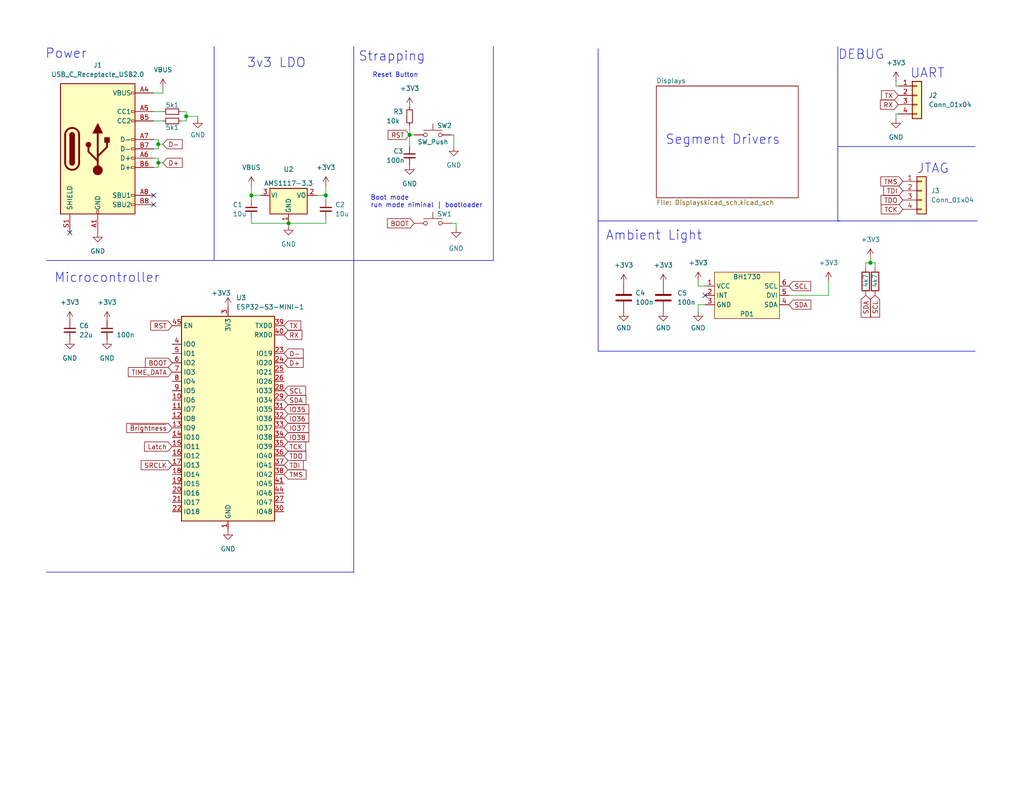
<source format=kicad_sch>
(kicad_sch (version 20231120) (generator "eeschema") (generator_version "8.0")
  (paper "USLetter")
  (title_block (title "RedShift") (date "2024-11-25") (rev "A") (company "Casual Coders LLC") (comment 1 "Designer: Ian Zanath"))
  (lib_symbols
    (symbol "+3V3_1" (power) (pin_numbers hide) (pin_names (offset 0) hide)
      (property "Value" "+3V3" (at 0 3.556 0))
      (symbol "+3V3_1_0_1"
        (polyline (pts (xy -0.762 1.27) (xy 0 2.54)))
        (polyline (pts (xy 0 0) (xy 0 2.54)))
        (polyline (pts (xy 0 2.54) (xy 0.762 1.27)))
      )
      (symbol "+3V3_1_1_1"
        (pin power_in line (at 0 0 90) (length 0) (name "~") (number "1"))
      )
    )
    (symbol "+3V3_2" (power) (pin_numbers hide) (pin_names (offset 0) hide)
      (property "Value" "+3V3" (at 0 3.556 0))
      (symbol "+3V3_2_0_1"
        (polyline (pts (xy -0.762 1.27) (xy 0 2.54)))
        (polyline (pts (xy 0 0) (xy 0 2.54)))
        (polyline (pts (xy 0 2.54) (xy 0.762 1.27)))
      )
      (symbol "+3V3_2_1_1"
        (pin power_in line (at 0 0 90) (length 0) (name "~") (number "1"))
      )
    )
    (symbol "+3V3_3" (power) (pin_numbers hide) (pin_names (offset 0) hide)
      (property "Value" "+3V3" (at 0 3.556 0))
      (symbol "+3V3_3_0_1"
        (polyline (pts (xy -0.762 1.27) (xy 0 2.54)))
        (polyline (pts (xy 0 0) (xy 0 2.54)))
        (polyline (pts (xy 0 2.54) (xy 0.762 1.27)))
      )
      (symbol "+3V3_3_1_1"
        (pin power_in line (at 0 0 90) (length 0) (name "~") (number "1"))
      )
    )
    (symbol "BH1730:BH1730"
      (property "Reference" "PD1" (at 0 -5.08 0))
      (property "Value" "BH1730" (at 0 5.08 0))
      (symbol "BH1730_0_1"
        (rectangle (start -8.89 6.35) (end 8.89 -6.35) (fill (type background)))
      )
      (symbol "BH1730_1_1"
        (pin input line (at -11.43 2.54 0) (length 2.54) (name "VCC") (number "1"))
        (pin input line (at -11.43 0 0) (length 2.54) (name "INT") (number "2"))
        (pin input line (at -11.43 -2.54 0) (length 2.54) (name "GND") (number "3"))
        (pin input line (at 11.43 -2.54 180) (length 2.54) (name "SDA") (number "4"))
        (pin input line (at 11.43 0 180) (length 2.54) (name "DVI") (number "5"))
        (pin input line (at 11.43 2.54 180) (length 2.54) (name "SCL") (number "6"))
      )
    )
    (symbol "Connector:USB_C_Receptacle_USB2.0" (pin_names (offset 1.016))
      (property "Reference" "J" (at -10.16 19.05 0))
      (property "Value" "USB_C_Receptacle_USB2.0" (at 19.05 19.05 0))
      (symbol "USB_C_Receptacle_USB2.0_0_0"
        (rectangle (start -0.254 -17.78) (end 0.254 -16.764))
        (rectangle (start 10.16 -14.986) (end 9.144 -15.494))
        (rectangle (start 10.16 -12.446) (end 9.144 -12.954))
        (rectangle (start 10.16 -4.826) (end 9.144 -5.334))
        (rectangle (start 10.16 -2.286) (end 9.144 -2.794))
        (rectangle (start 10.16 0.254) (end 9.144 -0.254))
        (rectangle (start 10.16 2.794) (end 9.144 2.286))
        (rectangle (start 10.16 7.874) (end 9.144 7.366))
        (rectangle (start 10.16 10.414) (end 9.144 9.906))
        (rectangle (start 10.16 15.494) (end 9.144 14.986))
      )
      (symbol "USB_C_Receptacle_USB2.0_0_1"
        (rectangle (start -10.16 17.78) (end 10.16 -17.78) (stroke (width 0.254)) (fill (type background)))
        (arc (start -8.89 -3.81) (mid -6.985 -5.7067) (end -5.08 -3.81) (stroke (width 0.508)))
        (arc (start -7.62 -3.81) (mid -6.985 -4.4423) (end -6.35 -3.81) (stroke (width 0.254)))
        (arc (start -7.62 -3.81) (mid -6.985 -4.4423) (end -6.35 -3.81) (stroke (width 0.254)) (fill (type outline)))
        (rectangle (start -7.62 -3.81) (end -6.35 3.81) (stroke (width 0.254)) (fill (type outline)))
        (arc (start -6.35 3.81) (mid -6.985 4.4423) (end -7.62 3.81) (stroke (width 0.254)))
        (arc (start -6.35 3.81) (mid -6.985 4.4423) (end -7.62 3.81) (stroke (width 0.254)) (fill (type outline)))
        (arc (start -5.08 3.81) (mid -6.985 5.7067) (end -8.89 3.81) (stroke (width 0.508)))
        (circle (center -2.54 1.143) (radius 0.635) (stroke (width 0.254)) (fill (type outline)))
        (circle (center 0 -5.842) (radius 1.27) (fill (type outline)))
        (polyline (pts (xy -8.89 -3.81) (xy -8.89 3.81)) (stroke (width 0.508)))
        (polyline (pts (xy -5.08 3.81) (xy -5.08 -3.81)) (stroke (width 0.508)))
        (polyline (pts (xy 0 -5.842) (xy 0 4.318)) (stroke (width 0.508)))
        (polyline (pts (xy 0 -3.302) (xy -2.54 -0.762) (xy -2.54 0.508)) (stroke (width 0.508)))
        (polyline (pts (xy 0 -2.032) (xy 2.54 0.508) (xy 2.54 1.778)) (stroke (width 0.508)))
        (polyline (pts (xy -1.27 4.318) (xy 0 6.858) (xy 1.27 4.318) (xy -1.27 4.318)) (stroke (width 0.254)) (fill (type outline)))
        (rectangle (start 1.905 1.778) (end 3.175 3.048) (stroke (width 0.254)) (fill (type outline)))
      )
      (symbol "USB_C_Receptacle_USB2.0_1_1"
        (pin passive line (at 0 -22.86 90) (length 5.08) (name "GND") (number "A1"))
        (pin passive line (at 0 -22.86 90) (length 5.08) hide (name "GND") (number "A12"))
        (pin passive line (at 15.24 15.24 180) (length 5.08) (name "VBUS") (number "A4"))
        (pin bidirectional line (at 15.24 10.16 180) (length 5.08) (name "CC1") (number "A5"))
        (pin bidirectional line (at 15.24 -2.54 180) (length 5.08) (name "D+") (number "A6"))
        (pin bidirectional line (at 15.24 2.54 180) (length 5.08) (name "D-") (number "A7"))
        (pin bidirectional line (at 15.24 -12.7 180) (length 5.08) (name "SBU1") (number "A8"))
        (pin passive line (at 15.24 15.24 180) (length 5.08) hide (name "VBUS") (number "A9"))
        (pin passive line (at 0 -22.86 90) (length 5.08) hide (name "GND") (number "B1"))
        (pin passive line (at 0 -22.86 90) (length 5.08) hide (name "GND") (number "B12"))
        (pin passive line (at 15.24 15.24 180) (length 5.08) hide (name "VBUS") (number "B4"))
        (pin bidirectional line (at 15.24 7.62 180) (length 5.08) (name "CC2") (number "B5"))
        (pin bidirectional line (at 15.24 -5.08 180) (length 5.08) (name "D+") (number "B6"))
        (pin bidirectional line (at 15.24 0 180) (length 5.08) (name "D-") (number "B7"))
        (pin bidirectional line (at 15.24 -15.24 180) (length 5.08) (name "SBU2") (number "B8"))
        (pin passive line (at 15.24 15.24 180) (length 5.08) hide (name "VBUS") (number "B9"))
        (pin passive line (at -7.62 -22.86 90) (length 5.08) (name "SHIELD") (number "S1"))
      )
    )
    (symbol "Connector_Generic:Conn_01x04" (pin_names (offset 1.016) hide)
      (property "Reference" "J" (at 0 5.08 0))
      (property "Value" "Conn_01x04" (at 0 -7.62 0))
      (symbol "Conn_01x04_1_1"
        (rectangle (start -1.27 -4.953) (end 0 -5.207) (stroke (width 0.1524)))
        (rectangle (start -1.27 -2.413) (end 0 -2.667) (stroke (width 0.1524)))
        (rectangle (start -1.27 0.127) (end 0 -0.127) (stroke (width 0.1524)))
        (rectangle (start -1.27 2.667) (end 0 2.413) (stroke (width 0.1524)))
        (rectangle (start -1.27 3.81) (end 1.27 -6.35) (stroke (width 0.254)) (fill (type background)))
        (pin passive line (at -5.08 2.54 0) (length 3.81) (name "Pin_1") (number "1"))
        (pin passive line (at -5.08 0 0) (length 3.81) (name "Pin_2") (number "2"))
        (pin passive line (at -5.08 -2.54 0) (length 3.81) (name "Pin_3") (number "3"))
        (pin passive line (at -5.08 -5.08 0) (length 3.81) (name "Pin_4") (number "4"))
      )
    )
    (symbol "Device:C" (pin_numbers hide) (pin_names (offset 0.254))
      (property "Reference" "C" (at 0.635 2.54 0))
      (property "Value" "C" (at 0.635 -2.54 0))
      (symbol "C_0_1"
        (polyline (pts (xy -2.032 -0.762) (xy 2.032 -0.762)) (stroke (width 0.508)))
        (polyline (pts (xy -2.032 0.762) (xy 2.032 0.762)) (stroke (width 0.508)))
      )
      (symbol "C_1_1"
        (pin passive line (at 0 3.81 270) (length 2.794) (name "~") (number "1"))
        (pin passive line (at 0 -3.81 90) (length 2.794) (name "~") (number "2"))
      )
    )
    (symbol "Device:C_Small" (pin_numbers hide) (pin_names (offset 0.254) hide)
      (property "Reference" "C" (at 0.254 1.778 0))
      (property "Value" "C_Small" (at 0.254 -2.032 0))
      (symbol "C_Small_0_1"
        (polyline (pts (xy -1.524 -0.508) (xy 1.524 -0.508)) (stroke (width 0.3302)))
        (polyline (pts (xy -1.524 0.508) (xy 1.524 0.508)) (stroke (width 0.3048)))
      )
      (symbol "C_Small_1_1"
        (pin passive line (at 0 2.54 270) (length 2.032) (name "~") (number "1"))
        (pin passive line (at 0 -2.54 90) (length 2.032) (name "~") (number "2"))
      )
    )
    (symbol "Device:R" (pin_numbers hide) (pin_names (offset 0))
      (property "Reference" "R" (at 2.032 0 90))
      (property "Value" "R" (at 0 0 90))
      (symbol "R_0_1"
        (rectangle (start -1.016 -2.54) (end 1.016 2.54) (stroke (width 0.254)))
      )
      (symbol "R_1_1"
        (pin passive line (at 0 3.81 270) (length 1.27) (name "~") (number "1"))
        (pin passive line (at 0 -3.81 90) (length 1.27) (name "~") (number "2"))
      )
    )
    (symbol "Device:R_Small" (pin_numbers hide) (pin_names (offset 0.254) hide)
      (property "Reference" "R" (at 0.762 0.508 0))
      (property "Value" "R_Small" (at 0.762 -1.016 0))
      (symbol "R_Small_0_1"
        (rectangle (start -0.762 1.778) (end 0.762 -1.778) (stroke (width 0.2032)))
      )
      (symbol "R_Small_1_1"
        (pin passive line (at 0 2.54 270) (length 0.762) (name "~") (number "1"))
        (pin passive line (at 0 -2.54 90) (length 0.762) (name "~") (number "2"))
      )
    )
    (symbol "GND_1" (power) (pin_numbers hide) (pin_names (offset 0) hide)
      (property "Value" "GND" (at 0 -3.81 0))
      (symbol "GND_1_0_1"
        (polyline (pts (xy 0 0) (xy 0 -1.27) (xy 1.27 -1.27) (xy 0 -2.54) (xy -1.27 -1.27) (xy 0 -1.27)))
      )
      (symbol "GND_1_1_1"
        (pin power_in line (at 0 0 270) (length 0) (name "~") (number "1"))
      )
    )
    (symbol "RF_Module:ESP32-S3-MINI-1"
      (property "Reference" "U" (at -11.43 29.21 0))
      (property "Value" "ESP32-S3-MINI-1" (at 12.7 29.21 0))
      (symbol "ESP32-S3-MINI-1_0_1"
        (rectangle (start -12.7 27.94) (end 12.7 -27.94) (stroke (width 0.254)) (fill (type background)))
      )
      (symbol "ESP32-S3-MINI-1_1_1"
        (pin power_in line (at 0 -30.48 90) (length 2.54) (name "GND") (number "1"))
        (pin bidirectional line (at -15.24 5.08 0) (length 2.54) (name "IO6") (number "10"))
        (pin bidirectional line (at -15.24 2.54 0) (length 2.54) (name "IO7") (number "11"))
        (pin bidirectional line (at -15.24 0 0) (length 2.54) (name "IO8") (number "12"))
        (pin bidirectional line (at -15.24 -2.54 0) (length 2.54) (name "IO9") (number "13"))
        (pin bidirectional line (at -15.24 -5.08 0) (length 2.54) (name "IO10") (number "14"))
        (pin bidirectional line (at -15.24 -7.62 0) (length 2.54) (name "IO11") (number "15"))
        (pin bidirectional line (at -15.24 -10.16 0) (length 2.54) (name "IO12") (number "16"))
        (pin bidirectional line (at -15.24 -12.7 0) (length 2.54) (name "IO13") (number "17"))
        (pin bidirectional line (at -15.24 -15.24 0) (length 2.54) (name "IO14") (number "18"))
        (pin bidirectional line (at -15.24 -17.78 0) (length 2.54) (name "IO15") (number "19"))
        (pin passive line (at 0 -30.48 90) (length 2.54) hide (name "GND") (number "2"))
        (pin bidirectional line (at -15.24 -20.32 0) (length 2.54) (name "IO16") (number "20"))
        (pin bidirectional line (at -15.24 -22.86 0) (length 2.54) (name "IO17") (number "21"))
        (pin bidirectional line (at -15.24 -25.4 0) (length 2.54) (name "IO18") (number "22"))
        (pin bidirectional line (at 15.24 17.78 180) (length 2.54) (name "IO19") (number "23"))
        (pin bidirectional line (at 15.24 15.24 180) (length 2.54) (name "IO20") (number "24"))
        (pin bidirectional line (at 15.24 12.7 180) (length 2.54) (name "IO21") (number "25"))
        (pin bidirectional line (at 15.24 10.16 180) (length 2.54) (name "IO26") (number "26"))
        (pin bidirectional line (at 15.24 -22.86 180) (length 2.54) (name "IO47") (number "27"))
        (pin bidirectional line (at 15.24 7.62 180) (length 2.54) (name "IO33") (number "28"))
        (pin bidirectional line (at 15.24 5.08 180) (length 2.54) (name "IO34") (number "29"))
        (pin power_in line (at 0 30.48 270) (length 2.54) (name "3V3") (number "3"))
        (pin bidirectional line (at 15.24 -25.4 180) (length 2.54) (name "IO48") (number "30"))
        (pin bidirectional line (at 15.24 2.54 180) (length 2.54) (name "IO35") (number "31"))
        (pin bidirectional line (at 15.24 0 180) (length 2.54) (name "IO36") (number "32"))
        (pin bidirectional line (at 15.24 -2.54 180) (length 2.54) (name "IO37") (number "33"))
        (pin bidirectional line (at 15.24 -5.08 180) (length 2.54) (name "IO38") (number "34"))
        (pin bidirectional line (at 15.24 -7.62 180) (length 2.54) (name "IO39") (number "35"))
        (pin bidirectional line (at 15.24 -10.16 180) (length 2.54) (name "IO40") (number "36"))
        (pin bidirectional line (at 15.24 -12.7 180) (length 2.54) (name "IO41") (number "37"))
        (pin bidirectional line (at 15.24 -15.24 180) (length 2.54) (name "IO42") (number "38"))
        (pin bidirectional line (at 15.24 25.4 180) (length 2.54) (name "TXD0") (number "39"))
        (pin bidirectional line (at -15.24 20.32 0) (length 2.54) (name "IO0") (number "4"))
        (pin bidirectional line (at 15.24 22.86 180) (length 2.54) (name "RXD0") (number "40"))
        (pin bidirectional line (at 15.24 -17.78 180) (length 2.54) (name "IO45") (number "41"))
        (pin passive line (at 0 -30.48 90) (length 2.54) hide (name "GND") (number "42"))
        (pin passive line (at 0 -30.48 90) (length 2.54) hide (name "GND") (number "43"))
        (pin bidirectional line (at 15.24 -20.32 180) (length 2.54) (name "IO46") (number "44"))
        (pin input line (at -15.24 25.4 0) (length 2.54) (name "EN") (number "45"))
        (pin passive line (at 0 -30.48 90) (length 2.54) hide (name "GND") (number "46"))
        (pin passive line (at 0 -30.48 90) (length 2.54) hide (name "GND") (number "47"))
        (pin passive line (at 0 -30.48 90) (length 2.54) hide (name "GND") (number "48"))
        (pin passive line (at 0 -30.48 90) (length 2.54) hide (name "GND") (number "49"))
        (pin bidirectional line (at -15.24 17.78 0) (length 2.54) (name "IO1") (number "5"))
        (pin passive line (at 0 -30.48 90) (length 2.54) hide (name "GND") (number "50"))
        (pin passive line (at 0 -30.48 90) (length 2.54) hide (name "GND") (number "51"))
        (pin passive line (at 0 -30.48 90) (length 2.54) hide (name "GND") (number "52"))
        (pin passive line (at 0 -30.48 90) (length 2.54) hide (name "GND") (number "53"))
        (pin passive line (at 0 -30.48 90) (length 2.54) hide (name "GND") (number "54"))
        (pin passive line (at 0 -30.48 90) (length 2.54) hide (name "GND") (number "55"))
        (pin passive line (at 0 -30.48 90) (length 2.54) hide (name "GND") (number "56"))
        (pin passive line (at 0 -30.48 90) (length 2.54) hide (name "GND") (number "57"))
        (pin passive line (at 0 -30.48 90) (length 2.54) hide (name "GND") (number "58"))
        (pin passive line (at 0 -30.48 90) (length 2.54) hide (name "GND") (number "59"))
        (pin bidirectional line (at -15.24 15.24 0) (length 2.54) (name "IO2") (number "6"))
        (pin passive line (at 0 -30.48 90) (length 2.54) hide (name "GND") (number "60"))
        (pin passive line (at 0 -30.48 90) (length 2.54) hide (name "GND") (number "61"))
        (pin passive line (at 0 -30.48 90) (length 2.54) hide (name "GND") (number "62"))
        (pin passive line (at 0 -30.48 90) (length 2.54) hide (name "GND") (number "63"))
        (pin passive line (at 0 -30.48 90) (length 2.54) hide (name "GND") (number "64"))
        (pin passive line (at 0 -30.48 90) (length 2.54) hide (name "GND") (number "65"))
        (pin bidirectional line (at -15.24 12.7 0) (length 2.54) (name "IO3") (number "7"))
        (pin bidirectional line (at -15.24 10.16 0) (length 2.54) (name "IO4") (number "8"))
        (pin bidirectional line (at -15.24 7.62 0) (length 2.54) (name "IO5") (number "9"))
      )
    )
    (symbol "Regulator_Linear:AMS1117-3.3" (pin_names (offset 0.254))
      (property "Reference" "U" (at -3.81 3.175 0))
      (property "Value" "AMS1117-3.3" (at 0 3.175 0))
      (symbol "AMS1117-3.3_0_1"
        (rectangle (start -5.08 -5.08) (end 5.08 1.905) (stroke (width 0.254)) (fill (type background)))
      )
      (symbol "AMS1117-3.3_1_1"
        (pin power_in line (at 0 -7.62 90) (length 2.54) (name "GND") (number "1"))
        (pin power_out line (at 7.62 0 180) (length 2.54) (name "VO") (number "2"))
        (pin power_in line (at -7.62 0 0) (length 2.54) (name "VI") (number "3"))
      )
    )
    (symbol "Switch:SW_Push" (pin_numbers hide) (pin_names (offset 1.016) hide)
      (property "Reference" "SW" (at 1.27 2.54 0))
      (property "Value" "SW_Push" (at 0 -1.524 0))
      (symbol "SW_Push_0_1"
        (circle (center -2.032 0) (radius 0.508))
        (polyline (pts (xy 0 1.27) (xy 0 3.048)))
        (polyline (pts (xy 2.54 1.27) (xy -2.54 1.27)))
        (circle (center 2.032 0) (radius 0.508))
        (pin passive line (at -5.08 0 0) (length 2.54) (name "1") (number "1"))
        (pin passive line (at 5.08 0 180) (length 2.54) (name "2") (number "2"))
      )
    )
    (symbol "power:+3V3" (power) (pin_names (offset 0))
      (property "Value" "+3V3" (at 0 3.556 0))
      (symbol "+3V3_0_1"
        (polyline (pts (xy -0.762 1.27) (xy 0 2.54)))
        (polyline (pts (xy 0 0) (xy 0 2.54)))
        (polyline (pts (xy 0 2.54) (xy 0.762 1.27)))
      )
      (symbol "+3V3_1_1"
        (pin power_in line (at 0 0 90) (length 0) hide (name "+3V3") (number "1"))
      )
    )
    (symbol "power:GND" (power) (pin_names (offset 0))
      (property "Value" "GND" (at 0 -3.81 0))
      (symbol "GND_0_1"
        (polyline (pts (xy 0 0) (xy 0 -1.27) (xy 1.27 -1.27) (xy 0 -2.54) (xy -1.27 -1.27) (xy 0 -1.27)))
      )
      (symbol "GND_1_1"
        (pin power_in line (at 0 0 270) (length 0) hide (name "GND") (number "1"))
      )
    )
    (symbol "power:VBUS" (power) (pin_names (offset 0))
      (property "Value" "VBUS" (at 0 3.81 0))
      (symbol "VBUS_0_1"
        (polyline (pts (xy -0.762 1.27) (xy 0 2.54)))
        (polyline (pts (xy 0 0) (xy 0 2.54)))
        (polyline (pts (xy 0 2.54) (xy 0.762 1.27)))
      )
      (symbol "VBUS_1_1"
        (pin power_in line (at 0 0 90) (length 0) hide (name "VBUS") (number "1"))
      )
    )
  )
  (junction (at 50.8 31.75))
  (junction (at 43.18 39.37))
  (junction (at 111.76 36.83))
  (junction (at 78.74 60.96))
  (junction (at 68.58 53.34))
  (junction (at 43.18 44.45))
  (junction (at 88.9 53.34))
  (junction (at 237.49 71.755))
  (no_connect (at 41.91 55.88))
  (no_connect (at 192.405 80.645))
  (no_connect (at 19.05 63.5))
  (no_connect (at 41.91 53.34))
  (wire (pts (xy 215.265 80.645) (xy 226.06 80.645)))
  (wire (pts (xy 50.8 31.75) (xy 50.8 33.02)))
  (wire (pts (xy 123.825 36.83) (xy 123.19 36.83)))
  (wire (pts (xy 68.58 59.69) (xy 68.58 60.96)))
  (wire (pts (xy 41.91 38.1) (xy 43.18 38.1)))
  (wire (pts (xy 238.76 73.025) (xy 238.76 71.755)))
  (wire (pts (xy 44.45 25.4) (xy 44.45 24.13)))
  (polyline (pts (xy 228.6 60.325) (xy 266.7 60.325)))
  (wire (pts (xy 237.49 71.755) (xy 238.76 71.755)))
  (wire (pts (xy 43.18 44.45) (xy 43.18 45.72)))
  (wire (pts (xy 53.975 31.75) (xy 50.8 31.75)))
  (wire (pts (xy 111.76 36.83) (xy 111.76 40.005)))
  (wire (pts (xy 41.91 43.18) (xy 43.18 43.18)))
  (wire (pts (xy 41.91 45.72) (xy 43.18 45.72)))
  (wire (pts (xy 111.76 36.83) (xy 113.03 36.83)))
  (wire (pts (xy 88.9 60.96) (xy 88.9 59.69)))
  (wire (pts (xy 124.46 62.23) (xy 124.46 60.96)))
  (wire (pts (xy 88.9 50.8) (xy 88.9 53.34)))
  (wire (pts (xy 43.18 43.18) (xy 43.18 44.45)))
  (polyline (pts (xy 96.52 71.12) (xy 134.62 71.12)))
  (wire (pts (xy 124.46 60.96) (xy 123.19 60.96)))
  (polyline (pts (xy 58.42 12.7) (xy 58.42 71.12)))
  (wire (pts (xy 237.49 70.485) (xy 237.49 71.755)))
  (wire (pts (xy 190.5 78.105) (xy 192.405 78.105)))
  (wire (pts (xy 41.91 40.64) (xy 43.18 40.64)))
  (polyline (pts (xy 12.7 71.12) (xy 96.52 71.12)))
  (wire (pts (xy 78.74 60.96) (xy 88.9 60.96)))
  (polyline (pts (xy 134.62 12.7) (xy 134.62 71.12)))
  (polyline (pts (xy 163.195 13.335) (xy 163.195 60.325)))
  (wire (pts (xy 78.74 60.96) (xy 68.58 60.96)))
  (wire (pts (xy 68.58 53.34) (xy 68.58 50.8)))
  (wire (pts (xy 244.475 22.225) (xy 244.475 23.495)))
  (polyline (pts (xy 163.195 60.325) (xy 163.195 95.885)))
  (wire (pts (xy 43.18 44.45) (xy 44.45 44.45)))
  (wire (pts (xy 237.49 71.755) (xy 236.22 71.755)))
  (wire (pts (xy 244.475 32.385) (xy 244.475 31.115)))
  (wire (pts (xy 68.58 53.34) (xy 68.58 54.61)))
  (polyline (pts (xy 229.235 60.325) (xy 163.195 60.325)))
  (polyline (pts (xy 163.195 95.885) (xy 266.065 95.885)))
  (wire (pts (xy 190.5 83.185) (xy 190.5 85.09)))
  (wire (pts (xy 41.91 30.48) (xy 44.45 30.48)))
  (wire (pts (xy 53.975 32.385) (xy 53.975 31.75)))
  (wire (pts (xy 192.405 83.185) (xy 190.5 83.185)))
  (wire (pts (xy 88.9 53.34) (xy 88.9 54.61)))
  (wire (pts (xy 50.8 30.48) (xy 50.8 31.75)))
  (wire (pts (xy 50.8 33.02) (xy 49.53 33.02)))
  (polyline (pts (xy 228.6 40.005) (xy 266.065 40.005)))
  (wire (pts (xy 236.22 71.755) (xy 236.22 73.025)))
  (wire (pts (xy 43.18 38.1) (xy 43.18 39.37)))
  (wire (pts (xy 244.475 31.115) (xy 245.11 31.115)))
  (wire (pts (xy 123.825 40.005) (xy 123.825 36.83)))
  (wire (pts (xy 86.36 53.34) (xy 88.9 53.34)))
  (wire (pts (xy 43.18 39.37) (xy 43.18 40.64)))
  (wire (pts (xy 78.74 60.96) (xy 78.74 61.595)))
  (wire (pts (xy 226.06 80.645) (xy 226.06 76.835)))
  (wire (pts (xy 244.475 23.495) (xy 245.11 23.495)))
  (polyline (pts (xy 96.52 12.7) (xy 96.52 71.12)))
  (wire (pts (xy 190.5 76.835) (xy 190.5 78.105)))
  (wire (pts (xy 43.18 39.37) (xy 44.45 39.37)))
  (wire (pts (xy 41.91 33.02) (xy 44.45 33.02)))
  (wire (pts (xy 49.53 30.48) (xy 50.8 30.48)))
  (polyline (pts (xy 12.7 156.21) (xy 96.52 156.21)))
  (wire (pts (xy 41.91 25.4) (xy 44.45 25.4)))
  (polyline (pts (xy 228.6 12.7) (xy 228.6 60.325)))
  (wire (pts (xy 68.58 53.34) (xy 71.12 53.34)))
  (wire (pts (xy 111.76 34.29) (xy 111.76 36.83)))
  (polyline (pts (xy 96.52 71.12) (xy 96.52 156.21)))
  (text "Reset Button" (at 101.6 20.574 0) (effects (font (size 1.27 1.27)) (justify left)))
  (text "Ambient Light" (at 178.435 64.389 0) (effects (font (size 2.54 2.54))))
  (text "DEBUG" (at 228.6 16.51 0) (effects (font (size 2.54 2.54)) (justify left bottom)))
  (text "Segment Drivers" (at 197.231 38.227 0) (effects (font (size 2.54 2.54))))
  (text "3v3 LDO" (at 75.438 17.272 0) (effects (font (size 2.54 2.54))))
  (text "UART" (at 248.285 21.59 0) (effects (font (size 2.54 2.54)) (justify left bottom)))
  (text "Microcontroller" (at 29.21 75.946 0) (effects (font (size 2.54 2.54))))
  (text "Boot mode\nrun mode niminal | bootloader" (at 101.092 55.118 0) (effects (font (size 1.27 1.27)) (justify left)))
  (text "Power" (at 18.034 14.732 0) (effects (font (size 2.54 2.54))))
  (text "Strapping" (at 106.934 15.494 0) (effects (font (size 2.54 2.54))))
  (text "JTAG" (at 250.19 47.625 0) (effects (font (size 2.54 2.54)) (justify left bottom)))
  (global_label "RST" (shape input) (at 46.99 88.9 180) (property "Intersheetrefs" "${INTERSHEET_REFS}" (effects (hide yes))))
  (global_label "IO36" (shape input) (at 77.47 114.3 0) (property "Intersheetrefs" "${INTERSHEET_REFS}" (effects (hide yes))))
  (global_label "SDA" (shape input) (at 77.47 109.22 0) (property "Intersheetrefs" "${INTERSHEET_REFS}" (effects (hide yes))))
  (global_label "BOOT" (shape input) (at 113.03 60.96 180) (property "Intersheetrefs" "${INTERSHEET_REFS}" (effects (hide yes))))
  (global_label "TMS" (shape input) (at 246.38 49.53 180) (property "Intersheetrefs" "${INTERSHEET_REFS}" (effects (hide yes))))
  (global_label "RST" (shape input) (at 111.76 36.83 180) (property "Intersheetrefs" "${INTERSHEET_REFS}" (effects (hide yes))))
  (global_label "TCK" (shape input) (at 246.38 57.15 180) (property "Intersheetrefs" "${INTERSHEET_REFS}" (effects (hide yes))))
  (global_label "SCL" (shape input) (at 215.265 78.105 0) (property "Intersheetrefs" "${INTERSHEET_REFS}" (effects (hide yes))))
  (global_label "TX" (shape input) (at 77.47 88.9 0) (property "Intersheetrefs" "${INTERSHEET_REFS}" (effects (hide yes))))
  (global_label "RX" (shape input) (at 245.11 28.575 180) (property "Intersheetrefs" "${INTERSHEET_REFS}" (effects (hide yes))))
  (global_label "TDI" (shape input) (at 77.47 127 0) (property "Intersheetrefs" "${INTERSHEET_REFS}" (effects (hide yes))))
  (global_label "TDO" (shape input) (at 77.47 124.46 0) (property "Intersheetrefs" "${INTERSHEET_REFS}" (effects (hide yes))))
  (global_label "IO35" (shape input) (at 77.47 111.76 0) (property "Intersheetrefs" "${INTERSHEET_REFS}" (effects (hide yes))))
  (global_label "Latch" (shape input) (at 46.99 121.92 180) (property "Intersheetrefs" "${INTERSHEET_REFS}" (effects (hide yes))))
  (global_label "TX" (shape input) (at 245.11 26.035 180) (property "Intersheetrefs" "${INTERSHEET_REFS}" (effects (hide yes))))
  (global_label "D+" (shape input) (at 77.47 99.06 0) (property "Intersheetrefs" "${INTERSHEET_REFS}" (effects (hide yes))))
  (global_label "RX" (shape input) (at 77.47 91.44 0) (property "Intersheetrefs" "${INTERSHEET_REFS}" (effects (hide yes))))
  (global_label "SCL" (shape input) (at 77.47 106.68 0) (property "Intersheetrefs" "${INTERSHEET_REFS}" (effects (hide yes))))
  (global_label "TMS" (shape input) (at 77.47 129.54 0) (property "Intersheetrefs" "${INTERSHEET_REFS}" (effects (hide yes))))
  (global_label "D-" (shape input) (at 44.45 39.37 0) (property "Intersheetrefs" "${INTERSHEET_REFS}" (effects (hide yes))))
  (global_label "IO37" (shape input) (at 77.47 116.84 0) (property "Intersheetrefs" "${INTERSHEET_REFS}" (effects (hide yes))))
  (global_label "SCL" (shape input) (at 238.76 80.645 270) (property "Intersheetrefs" "${INTERSHEET_REFS}" (effects (hide yes))))
  (global_label "TCK" (shape input) (at 77.47 121.92 0) (property "Intersheetrefs" "${INTERSHEET_REFS}" (effects (hide yes))))
  (global_label "SRCLK" (shape input) (at 46.99 127 180) (property "Intersheetrefs" "${INTERSHEET_REFS}" (effects (hide yes))))
  (global_label "IO38" (shape input) (at 77.47 119.38 0) (property "Intersheetrefs" "${INTERSHEET_REFS}" (effects (hide yes))))
  (global_label "TDI" (shape input) (at 246.38 52.07 180) (property "Intersheetrefs" "${INTERSHEET_REFS}" (effects (hide yes))))
  (global_label "D-" (shape input) (at 77.47 96.52 0) (property "Intersheetrefs" "${INTERSHEET_REFS}" (effects (hide yes))))
  (global_label "D+" (shape input) (at 44.45 44.45 0) (property "Intersheetrefs" "${INTERSHEET_REFS}" (effects (hide yes))))
  (global_label "BOOT" (shape input) (at 46.99 99.06 180) (property "Intersheetrefs" "${INTERSHEET_REFS}" (effects (hide yes))))
  (global_label "TIME_DATA" (shape input) (at 46.99 101.6 180) (property "Intersheetrefs" "${INTERSHEET_REFS}" (effects (hide yes))))
  (global_label "SDA" (shape input) (at 215.265 83.185 0) (property "Intersheetrefs" "${INTERSHEET_REFS}" (effects (hide yes))))
  (global_label "~{Brightness}" (shape input) (at 46.99 116.84 180) (property "Intersheetrefs" "${INTERSHEET_REFS}" (effects (hide yes))))
  (global_label "SDA" (shape input) (at 236.22 80.645 270) (property "Intersheetrefs" "${INTERSHEET_REFS}" (effects (hide yes))))
  (global_label "TDO" (shape input) (at 246.38 54.61 180) (property "Intersheetrefs" "${INTERSHEET_REFS}" (effects (hide yes))))
  (symbol (lib_id "Connector_Generic:Conn_01x04") (at 250.19 26.035 0) (unit 1)
    (property "Reference" "J2" (at 253.365 26.0349 0) (effects (justify left)))
    (property "Value" "Conn_01x04" (at 253.365 28.5749 0) (effects (justify left)))
    (property "Footprint" "Connector_PinHeader_2.54mm:PinHeader_1x04_P2.54mm_Vertical" (effects (hide yes)))
  )
  (symbol (lib_name "+3V3_1") (lib_id "power:+3V3") (at 237.49 70.485 0) (unit 1)
    (property "Reference" "#PWR01" (effects (hide yes)))
    (property "Value" "+3V3" (at 237.49 65.405 0))
    (property "Description" "Power symbol creates a global label with name \"+3V3\"" (effects (hide yes)))
  )
  (symbol (lib_name "+3V3_2") (lib_id "power:+3V3") (at 29.21 87.63 0) (unit 1)
    (property "Reference" "#PWR015" (effects (hide yes)))
    (property "Value" "+3V3" (at 29.21 82.55 0))
    (property "Description" "Power symbol creates a global label with name \"+3V3\"" (effects (hide yes)))
  )
  (symbol (lib_id "Device:C") (at 170.18 81.28 0) (unit 1)
    (property "Reference" "C4" (at 173.355 80.0099 0) (effects (justify left)))
    (property "Value" "100n" (at 173.355 82.5499 0) (effects (justify left)))
    (property "Footprint" "Capacitor_SMD:C_0603_1608Metric" (effects (hide yes)))
  )
  (symbol (lib_id "Switch:SW_Push") (at 118.11 36.83 0) (unit 1)
    (property "Reference" "SW2" (at 121.285 34.29 0))
    (property "Value" "SW_Push" (at 118.11 38.735 0))
    (property "Footprint" "Button_Switch_SMD:SW_SPST_SKQG_WithStem" (effects (hide yes)))
  )
  (symbol (lib_id "Device:C") (at 180.975 81.28 0) (unit 1)
    (property "Reference" "C5" (at 184.785 80.0099 0) (effects (justify left)))
    (property "Value" "100n" (at 184.785 82.5499 0) (effects (justify left)))
    (property "Footprint" "Capacitor_SMD:C_0603_1608Metric" (effects (hide yes)))
  )
  (symbol (lib_id "power:+3V3") (at 180.975 77.47 0) (unit 1)
    (property "Reference" "#PWR0117" (effects (hide yes)))
    (property "Value" "+3V3" (at 180.975 72.39 0))
  )
  (symbol (lib_id "Device:C_Small") (at 19.05 90.17 0) (unit 1)
    (property "Reference" "C6" (at 21.59 88.9062 0) (effects (justify left)))
    (property "Value" "22u" (at 21.59 91.4462 0) (effects (justify left)))
    (property "Footprint" "Capacitor_SMD:C_0603_1608Metric" (effects (hide yes)))
    (property "Description" "Unpolarized capacitor, small symbol" (effects (hide yes)))
  )
  (symbol (lib_id "Device:R_Small") (at 46.99 30.48 90) (unit 1)
    (property "Reference" "R1" (effects (hide yes)))
    (property "Value" "5k1" (at 46.99 28.702 90))
    (property "Footprint" "Resistor_SMD:R_0603_1608Metric" (effects (hide yes)))
  )
  (symbol (lib_id "Device:C_Small") (at 68.58 57.15 0) (unit 1)
    (property "Reference" "C1" (at 63.5 55.88 0) (effects (justify left)))
    (property "Value" "10u" (at 63.5 58.42 0) (effects (justify left)))
    (property "Footprint" "Capacitor_SMD:C_0805_2012Metric" (effects (hide yes)))
  )
  (symbol (lib_id "power:GND") (at 180.975 85.09 0) (unit 1)
    (property "Reference" "#PWR0111" (effects (hide yes)))
    (property "Value" "GND" (at 180.975 89.535 0))
  )
  (symbol (lib_id "power:GND") (at 78.74 61.595 0) (unit 1)
    (property "Reference" "#PWR0106" (effects (hide yes)))
    (property "Value" "GND" (at 78.74 66.675 0))
  )
  (symbol (lib_id "power:VBUS") (at 68.58 50.8 0) (unit 1)
    (property "Reference" "#PWR0102" (effects (hide yes)))
    (property "Value" "VBUS" (at 68.58 45.72 0))
  )
  (symbol (lib_name "+3V3_3") (lib_id "power:+3V3") (at 244.475 22.225 0) (unit 1)
    (property "Reference" "#PWR018" (effects (hide yes)))
    (property "Value" "+3V3" (at 244.475 17.145 0))
    (property "Description" "Power symbol creates a global label with name \"+3V3\"" (effects (hide yes)))
  )
  (symbol (lib_id "Device:R") (at 238.76 76.835 180) (unit 1)
    (property "Reference" "R7" (effects (hide yes)))
    (property "Value" "4k7" (at 238.76 74.803 90) (effects (justify left)))
    (property "Footprint" "Resistor_SMD:R_0603_1608Metric" (effects (hide yes)))
    (property "Description" "Resistor" (effects (hide yes)))
  )
  (symbol (lib_id "power:+3V3") (at 226.06 76.835 0) (unit 1)
    (property "Reference" "#PWR0110" (effects (hide yes)))
    (property "Value" "+3V3" (at 226.06 71.755 0))
  )
  (symbol (lib_id "power:GND") (at 124.46 62.23 0) (unit 1)
    (property "Reference" "#PWR0109" (effects (hide yes)))
    (property "Value" "GND" (at 124.46 67.818 0))
  )
  (symbol (lib_id "Device:C_Small") (at 111.76 42.545 0) (unit 1)
    (property "Reference" "C3" (at 107.315 41.275 0) (effects (justify left)))
    (property "Value" "100n" (at 105.41 43.815 0) (effects (justify left)))
    (property "Footprint" "Capacitor_SMD:C_0603_1608Metric" (effects (hide yes)))
  )
  (symbol (lib_id "Device:C_Small") (at 29.21 90.17 0) (unit 1)
    (property "Reference" "C7" (effects (hide yes)))
    (property "Value" "100n" (at 31.75 91.4462 0) (effects (justify left)))
    (property "Footprint" "Capacitor_SMD:C_0603_1608Metric" (effects (hide yes)))
    (property "Description" "Unpolarized capacitor, small symbol" (effects (hide yes)))
  )
  (symbol (lib_name "GND_1") (lib_id "power:GND") (at 19.05 92.71 0) (unit 1)
    (property "Reference" "#PWR016" (effects (hide yes)))
    (property "Value" "GND" (at 19.05 97.79 0))
    (property "Description" "Power symbol creates a global label with name \"GND\" , ground" (effects (hide yes)))
  )
  (symbol (lib_id "Device:R_Small") (at 111.76 31.75 180) (unit 1)
    (property "Reference" "R3" (at 107.315 30.48 0) (effects (justify right)))
    (property "Value" "10k" (at 105.41 33.02 0) (effects (justify right)))
    (property "Footprint" "Resistor_SMD:R_0603_1608Metric" (effects (hide yes)))
  )
  (symbol (lib_id "power:GND") (at 123.825 40.005 0) (unit 1)
    (property "Reference" "#PWR0119" (effects (hide yes)))
    (property "Value" "GND" (at 123.825 45.085 0))
  )
  (symbol (lib_id "power:GND") (at 62.23 144.78 0) (unit 1)
    (property "Reference" "#PWR024" (effects (hide yes)))
    (property "Value" "GND" (at 62.23 149.86 0))
  )
  (symbol (lib_id "power:GND") (at 53.975 32.385 0) (unit 1)
    (property "Reference" "#PWR0104" (effects (hide yes)))
    (property "Value" "GND" (at 53.975 36.83 0))
  )
  (symbol (lib_id "RF_Module:ESP32-S3-MINI-1") (at 62.23 114.3 0) (unit 1)
    (property "Reference" "U3" (at 64.4241 81.28 0) (effects (justify left)))
    (property "Value" "ESP32-S3-MINI-1" (at 64.4241 83.82 0) (effects (justify left)))
    (property "Footprint" "RF_Module:ESP32-S2-MINI-1" (effects (hide yes)))
    (property "Datasheet" "https://www.espressif.com/sites/default/files/documentation/esp32-s3-mini-1_mini-1u_datasheet_en.pdf" (effects (hide yes)))
    (property "Description" "RF Module, ESP32-S3 SoC, Wi-Fi 802.11b/g/n, Bluetooth, BLE, 32-bit, 3.3V, SMD, onboard antenna" (effects (hide yes)))
  )
  (symbol (lib_id "Connector:USB_C_Receptacle_USB2.0") (at 26.67 40.64 0) (unit 1)
    (property "Reference" "J1" (at 26.67 17.78 0))
    (property "Value" "USB_C_Receptacle_USB2.0" (at 26.67 20.32 0))
    (property "Footprint" "Connector_USB:USB_C_Receptacle_HRO_TYPE-C-31-M-12" (effects (hide yes)))
    (property "Datasheet" "https://www.usb.org/sites/default/files/documents/usb_type-c.zip" (effects (hide yes)))
  )
  (symbol (lib_id "power:+3V3") (at 190.5 76.835 0) (unit 1)
    (property "Reference" "#PWR0114" (effects (hide yes)))
    (property "Value" "+3V3" (at 190.5 71.755 0))
  )
  (symbol (lib_id "power:GND") (at 26.67 63.5 0) (unit 1)
    (property "Reference" "#PWR0103" (effects (hide yes)))
    (property "Value" "GND" (at 26.67 68.58 0))
  )
  (symbol (lib_id "power:VBUS") (at 44.45 24.13 0) (unit 1)
    (property "Reference" "#PWR0101" (effects (hide yes)))
    (property "Value" "VBUS" (at 44.45 19.05 0))
  )
  (symbol (lib_id "power:GND") (at 244.475 32.385 0) (unit 1)
    (property "Reference" "#PWR0116" (effects (hide yes)))
    (property "Value" "GND" (at 244.475 37.465 0))
  )
  (symbol (lib_id "power:+3V3") (at 111.76 29.21 0) (unit 1)
    (property "Reference" "#PWR0108" (effects (hide yes)))
    (property "Value" "+3V3" (at 111.76 24.13 0))
  )
  (symbol (lib_id "Connector_Generic:Conn_01x04") (at 251.46 52.07 0) (unit 1)
    (property "Reference" "J3" (at 254 52.0699 0) (effects (justify left)))
    (property "Value" "Conn_01x04" (at 254 54.6099 0) (effects (justify left)))
    (property "Footprint" "Connector_PinHeader_2.54mm:PinHeader_1x04_P2.54mm_Vertical" (effects (hide yes)))
  )
  (symbol (lib_id "power:+3V3") (at 88.9 50.8 0) (unit 1)
    (property "Reference" "#PWR0105" (effects (hide yes)))
    (property "Value" "+3V3" (at 88.9 45.72 0))
  )
  (symbol (lib_id "Device:C_Small") (at 88.9 57.15 0) (unit 1)
    (property "Reference" "C2" (at 91.44 55.88 0) (effects (justify left)))
    (property "Value" "10u" (at 91.44 58.42 0) (effects (justify left)))
    (property "Footprint" "Capacitor_SMD:C_0805_2012Metric" (effects (hide yes)))
  )
  (symbol (lib_id "power:+3V3") (at 62.23 83.82 0) (unit 1)
    (property "Reference" "#PWR023" (effects (hide yes)))
    (property "Value" "+3V3" (at 60.325 80.01 0))
  )
  (symbol (lib_id "power:GND") (at 170.18 85.09 0) (unit 1)
    (property "Reference" "#PWR0112" (effects (hide yes)))
    (property "Value" "GND" (at 170.18 89.535 0))
  )
  (symbol (lib_name "GND_1") (lib_id "power:GND") (at 29.21 92.71 0) (unit 1)
    (property "Reference" "#PWR017" (effects (hide yes)))
    (property "Value" "GND" (at 29.21 97.79 0))
    (property "Description" "Power symbol creates a global label with name \"GND\" , ground" (effects (hide yes)))
  )
  (symbol (lib_id "power:GND") (at 190.5 85.09 0) (unit 1)
    (property "Reference" "#PWR0113" (effects (hide yes)))
    (property "Value" "GND" (at 190.5 89.535 0))
  )
  (symbol (lib_id "power:+3V3") (at 170.18 77.47 0) (unit 1)
    (property "Reference" "#PWR0118" (effects (hide yes)))
    (property "Value" "+3V3" (at 170.18 72.39 0))
  )
  (symbol (lib_id "Regulator_Linear:AMS1117-3.3") (at 78.74 53.34 0) (unit 1)
    (property "Reference" "U2" (at 78.74 46.228 0))
    (property "Value" "AMS1117-3.3" (at 78.74 50.038 0))
    (property "Footprint" "Package_TO_SOT_SMD:SOT-223-3_TabPin2" (effects (hide yes)))
    (property "Datasheet" "http://www.advanced-monolithic.com/pdf/ds1117.pdf" (effects (hide yes)))
  )
  (symbol (lib_id "Device:R") (at 236.22 76.835 180) (unit 1)
    (property "Reference" "R8" (effects (hide yes)))
    (property "Value" "4k7" (at 236.22 74.803 90) (effects (justify left)))
    (property "Footprint" "Resistor_SMD:R_0603_1608Metric" (effects (hide yes)))
    (property "Description" "Resistor" (effects (hide yes)))
  )
  (symbol (lib_name "+3V3_2") (lib_id "power:+3V3") (at 19.05 87.63 0) (unit 1)
    (property "Reference" "#PWR014" (effects (hide yes)))
    (property "Value" "+3V3" (at 19.05 82.55 0))
    (property "Description" "Power symbol creates a global label with name \"+3V3\"" (effects (hide yes)))
  )
  (symbol (lib_id "BH1730:BH1730") (at 203.835 80.645 0) (unit 1)
    (property "Reference" "PD1" (at 203.835 85.725 0))
    (property "Value" "BH1730" (at 203.835 75.565 0))
    (property "Footprint" "Ian's Custom Components:WSOF6" (effects (hide yes)))
  )
  (symbol (lib_id "Switch:SW_Push") (at 118.11 60.96 0) (unit 1)
    (property "Reference" "SW1" (at 121.285 58.42 0))
    (property "Value" "SW_Push" (effects (hide yes)))
    (property "Footprint" "Button_Switch_SMD:SW_SPST_SKQG_WithStem" (effects (hide yes)))
  )
  (symbol (lib_id "power:GND") (at 111.76 45.085 0) (unit 1)
    (property "Reference" "#PWR0107" (effects (hide yes)))
    (property "Value" "GND" (at 111.76 50.165 0))
  )
  (symbol (lib_id "Device:R_Small") (at 46.99 33.02 90) (unit 1)
    (property "Reference" "R2" (effects (hide yes)))
    (property "Value" "5k1" (at 46.99 34.798 90))
    (property "Footprint" "Resistor_SMD:R_0603_1608Metric" (effects (hide yes)))
  )
  (sheet (at 179.07 23.495) (size 38.735 30.48) (stroke (width 0.1524))
    (property "Sheetname" "Displays" (at 179.07 22.7834 0) (effects (justify left bottom)))
    (property "Sheetfile" "Displayskicad_sch.kicad_sch" (at 179.07 54.5596 0) (effects (justify left top)))
  )
)
</source>
